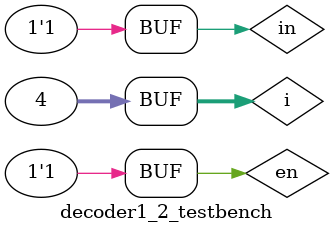
<source format=sv>
`timescale 1ns/10ps

module decoder1_2(en, in, out);
	output logic [1:0] out;
	input logic in, en;
	parameter delay = 0.05;
	
	//implement basic decoder logic
	// out0 = ~in & en
	// out1 = in & en
	
	logic not_in;
	not #delay n (not_in, in);
	and #delay out0 (out[0], not_in, en);
	
	and #delay out1 (out[1], in, en);
endmodule

module decoder1_2_testbench();
	logic en, in;
	logic [1:0] out;
	
	decoder1_2 dut(.en, .in, .out);
		
	integer i;
	initial begin
		for (i = 0; i < 2**2; i++) begin
			{en, in} = i; #10;
		end
	end
endmodule

</source>
